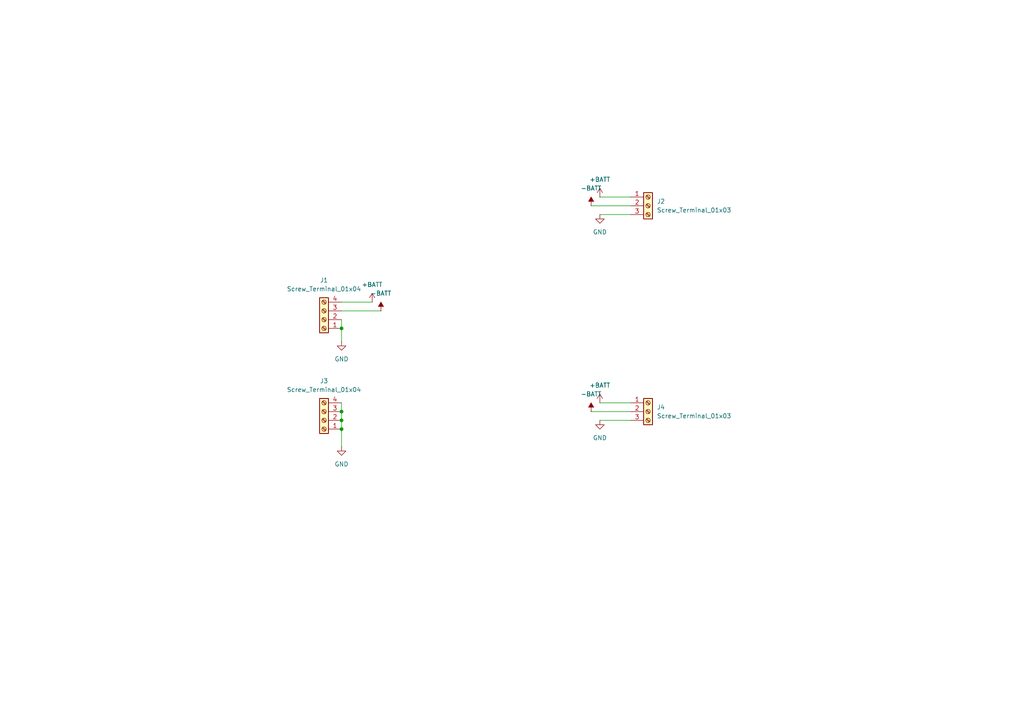
<source format=kicad_sch>
(kicad_sch (version 20250114) (generator "eeschema") (generator_version "9.0")
  (paper "A4")
  (lib_symbols
    (symbol "Connector:Screw_Terminal_01x03" (pin_names (offset 1.016) (hide yes))
      (property "Reference" "J" (at 0 5.08 0))
      (property "Value" "Screw_Terminal_01x03" (at 0 -5.08 0))
      (symbol "Screw_Terminal_01x03_1_1"
        (rectangle (start -1.27 3.81) (end 1.27 -3.81) (stroke (width 0.254)) (fill (type background)))
        (polyline (pts (xy -0.5334 2.8702) (xy 0.3302 2.032)) (stroke (width 0.1524)))
        (polyline (pts (xy -0.5334 0.3302) (xy 0.3302 -0.508)) (stroke (width 0.1524)))
        (polyline (pts (xy -0.5334 -2.2098) (xy 0.3302 -3.048)) (stroke (width 0.1524)))
        (polyline (pts (xy -0.3556 3.048) (xy 0.508 2.2098)) (stroke (width 0.1524)))
        (polyline (pts (xy -0.3556 0.508) (xy 0.508 -0.3302)) (stroke (width 0.1524)))
        (polyline (pts (xy -0.3556 -2.032) (xy 0.508 -2.8702)) (stroke (width 0.1524)))
        (circle (center 0 2.54) (radius 0.635) (stroke (width 0.1524)))
        (circle (center 0 0) (radius 0.635) (stroke (width 0.1524)))
        (circle (center 0 -2.54) (radius 0.635) (stroke (width 0.1524)))
        (pin passive line (at -5.08 2.54 0) (length 3.81) (name "Pin_1") (number "1"))
        (pin passive line (at -5.08 0 0) (length 3.81) (name "Pin_2") (number "2"))
        (pin passive line (at -5.08 -2.54 0) (length 3.81) (name "Pin_3") (number "3"))
      )
    )
    (symbol "Connector:Screw_Terminal_01x04" (pin_names (offset 1.016) (hide yes))
      (property "Reference" "J" (at 0 5.08 0))
      (property "Value" "Screw_Terminal_01x04" (at 0 -7.62 0))
      (symbol "Screw_Terminal_01x04_1_1"
        (rectangle (start -1.27 3.81) (end 1.27 -6.35) (stroke (width 0.254)) (fill (type background)))
        (polyline (pts (xy -0.5334 2.8702) (xy 0.3302 2.032)) (stroke (width 0.1524)))
        (polyline (pts (xy -0.5334 0.3302) (xy 0.3302 -0.508)) (stroke (width 0.1524)))
        (polyline (pts (xy -0.5334 -2.2098) (xy 0.3302 -3.048)) (stroke (width 0.1524)))
        (polyline (pts (xy -0.5334 -4.7498) (xy 0.3302 -5.588)) (stroke (width 0.1524)))
        (polyline (pts (xy -0.3556 3.048) (xy 0.508 2.2098)) (stroke (width 0.1524)))
        (polyline (pts (xy -0.3556 0.508) (xy 0.508 -0.3302)) (stroke (width 0.1524)))
        (polyline (pts (xy -0.3556 -2.032) (xy 0.508 -2.8702)) (stroke (width 0.1524)))
        (polyline (pts (xy -0.3556 -4.572) (xy 0.508 -5.4102)) (stroke (width 0.1524)))
        (circle (center 0 2.54) (radius 0.635) (stroke (width 0.1524)))
        (circle (center 0 0) (radius 0.635) (stroke (width 0.1524)))
        (circle (center 0 -2.54) (radius 0.635) (stroke (width 0.1524)))
        (circle (center 0 -5.08) (radius 0.635) (stroke (width 0.1524)))
        (pin passive line (at -5.08 2.54 0) (length 3.81) (name "Pin_1") (number "1"))
        (pin passive line (at -5.08 0 0) (length 3.81) (name "Pin_2") (number "2"))
        (pin passive line (at -5.08 -2.54 0) (length 3.81) (name "Pin_3") (number "3"))
        (pin passive line (at -5.08 -5.08 0) (length 3.81) (name "Pin_4") (number "4"))
      )
    )
    (symbol "power:+BATT" (power) (pin_numbers (hide yes)) (pin_names (offset 0) (hide yes))
      (property "Value" "+BATT" (at 0 3.556 0))
      (symbol "+BATT_0_1"
        (polyline (pts (xy -0.762 1.27) (xy 0 2.54)))
        (polyline (pts (xy 0 2.54) (xy 0.762 1.27)))
        (polyline (pts (xy 0 0) (xy 0 2.54)))
      )
      (symbol "+BATT_1_1"
        (pin power_in line (at 0 0 90) (length 0) (name "~") (number "1"))
      )
    )
    (symbol "power:-BATT" (power) (pin_numbers (hide yes)) (pin_names (offset 0) (hide yes))
      (property "Value" "-BATT" (at 0 3.556 0))
      (symbol "-BATT_0_1"
        (polyline (pts (xy 0 0) (xy 0 2.54)))
        (polyline (pts (xy 0.762 1.27) (xy -0.762 1.27) (xy 0 2.54) (xy 0.762 1.27)) (fill (type outline)))
      )
      (symbol "-BATT_1_1"
        (pin power_in line (at 0 0 90) (length 0) (name "~") (number "1"))
      )
    )
    (symbol "power:GND" (power) (pin_numbers (hide yes)) (pin_names (offset 0) (hide yes))
      (property "Value" "GND" (at 0 -3.81 0))
      (symbol "GND_0_1"
        (polyline (pts (xy 0 0) (xy 0 -1.27) (xy 1.27 -1.27) (xy 0 -2.54) (xy -1.27 -1.27) (xy 0 -1.27)))
      )
      (symbol "GND_1_1"
        (pin power_in line (at 0 0 270) (length 0) (name "~") (number "1"))
      )
    )
  )
  (junction (at 99.06 121.92))
  (junction (at 99.06 95.25))
  (junction (at 99.06 124.46))
  (junction (at 99.06 119.38))
  (wire (pts (xy 99.06 121.92) (xy 99.06 124.46)))
  (wire (pts (xy 99.06 124.46) (xy 99.06 129.54)))
  (wire (pts (xy 171.45 59.69) (xy 182.88 59.69)))
  (wire (pts (xy 99.06 119.38) (xy 99.06 121.92)))
  (wire (pts (xy 173.99 116.84) (xy 182.88 116.84)))
  (wire (pts (xy 99.06 116.84) (xy 99.06 119.38)))
  (wire (pts (xy 99.06 95.25) (xy 99.06 99.06)))
  (wire (pts (xy 107.95 87.63) (xy 99.06 87.63)))
  (wire (pts (xy 173.99 62.23) (xy 182.88 62.23)))
  (wire (pts (xy 99.06 90.17) (xy 110.49 90.17)))
  (wire (pts (xy 99.06 92.71) (xy 99.06 95.25)))
  (wire (pts (xy 173.99 57.15) (xy 182.88 57.15)))
  (wire (pts (xy 173.99 121.92) (xy 182.88 121.92)))
  (wire (pts (xy 171.45 119.38) (xy 182.88 119.38)))
  (symbol (lib_id "power:+BATT") (at 173.99 57.15 0) (unit 1)
    (property "Reference" "#PWR04" (effects (hide yes)))
    (property "Value" "+BATT" (at 173.99 52.07 0))
    (property "Description" "Power symbol creates a global label with name \"+BATT\"" (effects (hide yes)))
  )
  (symbol (lib_id "power:GND") (at 173.99 62.23 0) (mirror y) (unit 1)
    (property "Reference" "#PWR09" (effects (hide yes)))
    (property "Value" "GND" (at 173.99 67.31 0))
    (property "Description" "Power symbol creates a global label with name \"GND\" , ground" (effects (hide yes)))
  )
  (symbol (lib_id "Connector:Screw_Terminal_01x03") (at 187.96 59.69 0) (unit 1)
    (property "Reference" "J2" (at 190.5 58.4199 0) (effects (justify left)))
    (property "Value" "Screw_Terminal_01x03" (at 190.5 60.9599 0) (effects (justify left)))
    (property "Footprint" "TerminalBlock_Phoenix:TerminalBlock_Phoenix_PT-1,5-3-3.5-H_1x03_P3.50mm_Horizontal" (effects (hide yes)))
    (property "Description" "Generic screw terminal, single row, 01x03, script generated (kicad-library-utils/schlib/autogen/connector/)" (effects (hide yes)))
  )
  (symbol (lib_id "power:GND") (at 99.06 99.06 0) (mirror y) (unit 1)
    (property "Reference" "#PWR03" (effects (hide yes)))
    (property "Value" "GND" (at 99.06 104.14 0))
    (property "Description" "Power symbol creates a global label with name \"GND\" , ground" (effects (hide yes)))
  )
  (symbol (lib_id "Connector:Screw_Terminal_01x04") (at 93.98 121.92 180) (unit 1)
    (property "Reference" "J3" (at 93.98 110.49 0))
    (property "Value" "Screw_Terminal_01x04" (at 93.98 113.03 0))
    (property "Footprint" "TerminalBlock_Phoenix:TerminalBlock_Phoenix_MPT-0,5-4-2.54_1x04_P2.54mm_Horizontal" (effects (hide yes)))
    (property "Description" "Generic screw terminal, single row, 01x04, script generated (kicad-library-utils/schlib/autogen/connector/)" (effects (hide yes)))
  )
  (symbol (lib_id "power:-BATT") (at 110.49 90.17 0) (unit 1)
    (property "Reference" "#PWR02" (effects (hide yes)))
    (property "Value" "-BATT" (at 110.49 85.09 0))
    (property "Description" "Power symbol creates a global label with name \"-BATT\"" (effects (hide yes)))
  )
  (symbol (lib_id "power:GND") (at 99.06 129.54 0) (unit 1)
    (property "Reference" "#PWR010" (effects (hide yes)))
    (property "Value" "GND" (at 99.06 134.62 0))
    (property "Description" "Power symbol creates a global label with name \"GND\" , ground" (effects (hide yes)))
  )
  (symbol (lib_id "power:-BATT") (at 171.45 59.69 0) (unit 1)
    (property "Reference" "#PWR07" (effects (hide yes)))
    (property "Value" "-BATT" (at 171.45 54.61 0))
    (property "Description" "Power symbol creates a global label with name \"-BATT\"" (effects (hide yes)))
  )
  (symbol (lib_id "Connector:Screw_Terminal_01x03") (at 187.96 119.38 0) (unit 1)
    (property "Reference" "J4" (at 190.5 118.1099 0) (effects (justify left)))
    (property "Value" "Screw_Terminal_01x03" (at 190.5 120.6499 0) (effects (justify left)))
    (property "Footprint" "TerminalBlock_Phoenix:TerminalBlock_Phoenix_PT-1,5-3-3.5-H_1x03_P3.50mm_Horizontal" (effects (hide yes)))
    (property "Description" "Generic screw terminal, single row, 01x03, script generated (kicad-library-utils/schlib/autogen/connector/)" (effects (hide yes)))
  )
  (symbol (lib_id "power:+BATT") (at 107.95 87.63 0) (unit 1)
    (property "Reference" "#PWR01" (effects (hide yes)))
    (property "Value" "+BATT" (at 107.95 82.55 0))
    (property "Description" "Power symbol creates a global label with name \"+BATT\"" (effects (hide yes)))
  )
  (symbol (lib_id "power:GND") (at 173.99 121.92 0) (mirror y) (unit 1)
    (property "Reference" "#PWR08" (effects (hide yes)))
    (property "Value" "GND" (at 173.99 127 0))
    (property "Description" "Power symbol creates a global label with name \"GND\" , ground" (effects (hide yes)))
  )
  (symbol (lib_id "power:-BATT") (at 171.45 119.38 0) (unit 1)
    (property "Reference" "#PWR06" (effects (hide yes)))
    (property "Value" "-BATT" (at 171.45 114.3 0))
    (property "Description" "Power symbol creates a global label with name \"-BATT\"" (effects (hide yes)))
  )
  (symbol (lib_id "power:+BATT") (at 173.99 116.84 0) (unit 1)
    (property "Reference" "#PWR05" (effects (hide yes)))
    (property "Value" "+BATT" (at 173.99 111.76 0))
    (property "Description" "Power symbol creates a global label with name \"+BATT\"" (effects (hide yes)))
  )
  (symbol (lib_id "Connector:Screw_Terminal_01x04") (at 93.98 92.71 180) (unit 1)
    (property "Reference" "J1" (at 93.98 81.28 0))
    (property "Value" "Screw_Terminal_01x04" (at 93.98 83.82 0))
    (property "Footprint" "TerminalBlock_Phoenix:TerminalBlock_Phoenix_MPT-0,5-4-2.54_1x04_P2.54mm_Horizontal" (effects (hide yes)))
    (property "Description" "Generic screw terminal, single row, 01x04, script generated (kicad-library-utils/schlib/autogen/connector/)" (effects (hide yes)))
  )
)
</source>
